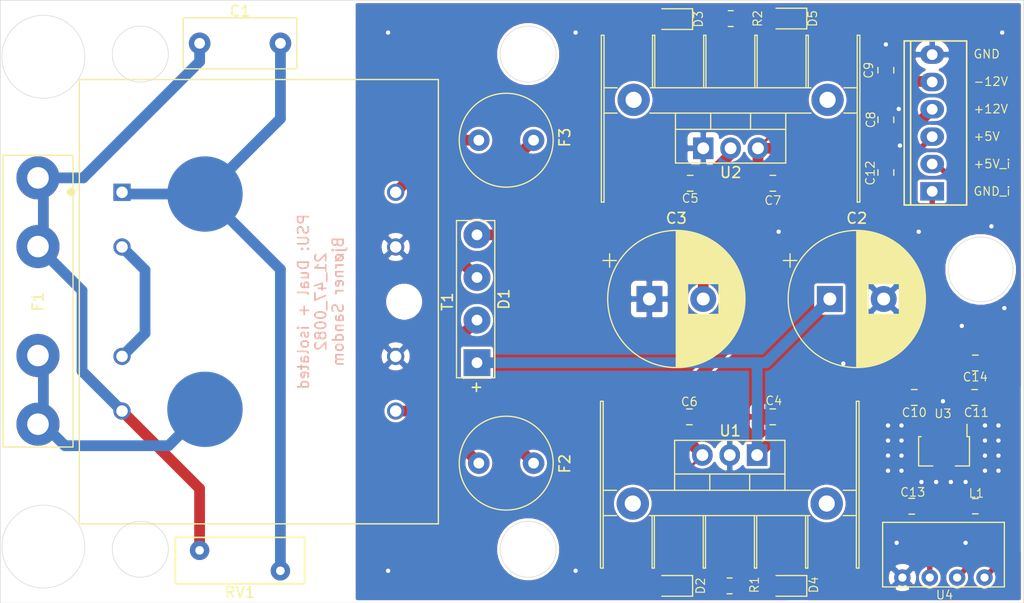
<source format=kicad_pcb>
(kicad_pcb (version 20171130) (host pcbnew "(5.1.12)-1")
  (title_block (title "Bluetooth to AM adapter") (date 2021-09-17) (company "Bjørner Sandom"))
  (layers (0 F.Cu signal) (31 B.Cu signal) (34 B.Paste user) (35 F.Paste user) (36 B.SilkS user) (37 F.SilkS user) (38 B.Mask user) (39 F.Mask user) (44 Edge.Cuts user))
  (net 0 "")
  (net 1 GND)
  (net 2 "Net-(C1-Pad1)")
  (net 3 +5V)
  (net 4 "Net-(C3-Pad2)")
  (net 5 +12V)
  (net 6 "Net-(D1-Pad3)")
  (net 7 "Net-(D1-Pad2)")
  (net 8 "Net-(F1-Pad2)")
  (net 9 "Net-(C1-Pad2)")
  (net 10 "Net-(C2-Pad1)")
  (net 11 -12V)
  (net 12 GNDD)
  (net 13 +5VD)
  (net 14 "Net-(F2-Pad2)")
  (net 15 "Net-(F3-Pad1)")
  (net 16 "Net-(T1-Pad3)")
  (net 17 "Net-(C13-Pad1)")
  (net 18 "Net-(D2-Pad1)")
  (net 19 "Net-(D3-Pad1)")
  (net 20 "Net-(D4-Pad2)")
  (net 21 "Net-(D5-Pad2)")
  (module Capacitor_THT:C_Rect_L10.3mm_W4.5mm_P7.50mm_MKS4 (layer F.Cu) (at 140.505 94)
    (fp_text reference C1 (at 3.75 -3) (layer F.SilkS))
    (fp_text value "10nF X2")
    (pad 2 thru_hole circle (at 7.5 0) (size 2 2) (drill 1) (layers *.Cu *.Mask) (net 9 "Net-(C1-Pad2)"))
    (pad 1 thru_hole circle (at 0 0) (size 2 2) (drill 1) (layers *.Cu *.Mask) (net 2 "Net-(C1-Pad1)"))
  )
  (module myDevices:Rectifier_KBP307 (layer F.Cu) (at 166.25 123.67 90)
    (fp_text reference D1 (at 5.9055 2.5 90) (layer F.SilkS))
    (fp_text value KBP307)
    (fp_text user + (at -2.286 -0.127 90) (layer F.SilkS))
    (pad 4 thru_hole circle (at 11.88 0 90) (size 2.5 2.5) (drill 1) (layers *.Cu *.Mask) (net 4 "Net-(C3-Pad2)"))
    (pad 3 thru_hole circle (at 7.92 0 90) (size 2.5 2.5) (drill 1) (layers *.Cu *.Mask) (net 6 "Net-(D1-Pad3)"))
    (pad 2 thru_hole circle (at 3.96 0 90) (size 2.5 2.5) (drill 1) (layers *.Cu *.Mask) (net 7 "Net-(D1-Pad2)"))
    (pad 1 thru_hole rect (at 0 0 90) (size 2.5 2.5) (drill 1) (layers *.Cu *.Mask) (net 10 "Net-(C2-Pad1)"))
  )
  (module Fuse:Fuse_Littelfuse_372_D8.50mm (layer F.Cu) (at 171.5 133 180)
    (fp_text reference F2 (at -2.9 -0.05 90) (layer F.SilkS))
    (fp_text value T250mA)
    (pad 2 thru_hole circle (at 5.08 0 180) (size 2 2) (drill 1) (layers *.Cu *.Mask) (net 14 "Net-(F2-Pad2)"))
    (pad 1 thru_hole circle (at 0 0 180) (size 2 2) (drill 1) (layers *.Cu *.Mask) (net 7 "Net-(D1-Pad2)"))
  )
  (module Fuse:Fuse_Littelfuse_372_D8.50mm (layer F.Cu) (at 166.42 103)
    (fp_text reference F3 (at 7.98 -0.25 90) (layer F.SilkS))
    (fp_text value T250mA)
    (pad 2 thru_hole circle (at 5.08 0) (size 2 2) (drill 1) (layers *.Cu *.Mask) (net 6 "Net-(D1-Pad3)"))
    (pad 1 thru_hole circle (at 0 0) (size 2 2) (drill 1) (layers *.Cu *.Mask) (net 15 "Net-(F3-Pad1)"))
  )
  (module myDevices:Pad_7mm (layer B.Cu) (at 141 128)
    (fp_text reference J1 hide)
    (fp_text value Conn_01x01)
    (pad 1 smd circle (at 0 0) (size 7 7) (layers B.Cu B.Paste B.Mask) (net 8 "Net-(F1-Pad2)"))
  )
  (module myDevices:Pad_7mm (layer B.Cu) (at 141 108)
    (fp_text reference J2 hide)
    (fp_text value Conn_01x01)
    (pad 1 smd circle (at 0 0) (size 7 7) (layers B.Cu B.Paste B.Mask) (net 9 "Net-(C1-Pad2)"))
  )
  (module myDevices:KF2510-6P (layer F.Cu) (at 208.5 107.75 90)
    (fp_text reference J3 hide)
    (fp_text value Conn_01x06)
    (pad 6 thru_hole oval (at 12.7 0 90) (size 1.7 2.2) (drill 1) (layers *.Cu *.Mask) (net 1 GND))
    (pad 5 thru_hole oval (at 10.16 0 90) (size 1.7 2.2) (drill 1) (layers *.Cu *.Mask) (net 11 -12V))
    (pad 4 thru_hole oval (at 7.62 0 90) (size 1.7 2.2) (drill 1) (layers *.Cu *.Mask) (net 5 +12V))
    (pad 3 thru_hole oval (at 5.08 0 90) (size 1.7 2.2) (drill 1) (layers *.Cu *.Mask) (net 3 +5V))
    (pad 2 thru_hole oval (at 2.54 0 90) (size 1.7 2.2) (drill 1) (layers *.Cu *.Mask) (net 13 +5VD))
    (pad 1 thru_hole rect (at 0 0 90) (size 1.7 2.2) (drill 1) (layers *.Cu *.Mask) (net 12 GNDD))
  )
  (module Inductor_SMD:L_0805_2012Metric_Pad1.15x1.40mm_HandSolder (layer F.Cu) (at 212.5 137 180)
    (fp_text reference L1 (at -0.1 1.2) (layer F.SilkS) (effects (font (size 0.8 0.8) (thickness 0.1))))
    (fp_text value 10µH)
    (pad 2 smd roundrect (at 1.025 0 180) (size 1.15 1.4) (layers F.Cu F.Paste F.Mask) (roundrect_rratio 0.217391) (net 17 "Net-(C13-Pad1)"))
    (pad 1 smd roundrect (at -1.025 0 180) (size 1.15 1.4) (layers F.Cu F.Paste F.Mask) (roundrect_rratio 0.217391) (net 3 +5V))
  )
  (module Varistor:RV_Disc_D12mm_W4.3mm_P7.5mm (layer F.Cu) (at 148 143 180)
    (fp_text reference RV1 (at 3.75 -2) (layer F.SilkS))
    (fp_text value 10D431K)
    (pad 2 thru_hole circle (at 7.5 1.9 180) (size 1.8 1.8) (drill 0.8) (layers *.Cu *.Mask) (net 2 "Net-(C1-Pad1)"))
    (pad 1 thru_hole circle (at 0 0 180) (size 1.8 1.8) (drill 0.8) (layers *.Cu *.Mask) (net 9 "Net-(C1-Pad2)"))
  )
  (module myDevices:TO-220-3_Heatsink1 (layer F.Cu) (at 192.25 132.75 180)
    (fp_text reference U1 (at 2.5 2.75) (layer F.SilkS))
    (fp_text value LM7812_TO220)
    (pad H thru_hole circle (at 11.54 -4 180) (size 3 3) (drill 1.5) (layers *.Cu *.Mask))
    (pad H thru_hole circle (at -6.46 -4 180) (size 3 3) (drill 1.5) (layers *.Cu *.Mask))
    (pad 3 thru_hole oval (at 5.08 0.5 180) (size 1.905 2) (drill 1.1) (layers *.Cu *.Mask) (net 5 +12V))
    (pad 2 thru_hole oval (at 2.54 0.5 180) (size 1.905 2) (drill 1.1) (layers *.Cu *.Mask) (net 1 GND))
    (pad 1 thru_hole rect (at 0 0.5 180) (size 1.905 2) (drill 1.1) (layers *.Cu *.Mask) (net 10 "Net-(C2-Pad1)"))
  )
  (module myDevices:TO-220-3_Heatsink1 (layer F.Cu) (at 187.25 103.25)
    (fp_text reference U2 (at 2.55 2.75) (layer F.SilkS))
    (fp_text value LM7912_TO220)
    (pad H thru_hole circle (at 11.54 -4) (size 3 3) (drill 1.5) (layers *.Cu *.Mask))
    (pad H thru_hole circle (at -6.46 -4) (size 3 3) (drill 1.5) (layers *.Cu *.Mask))
    (pad 3 thru_hole oval (at 5.08 0.5) (size 1.905 2) (drill 1.1) (layers *.Cu *.Mask) (net 11 -12V))
    (pad 2 thru_hole oval (at 2.54 0.5) (size 1.905 2) (drill 1.1) (layers *.Cu *.Mask) (net 4 "Net-(C3-Pad2)"))
    (pad 1 thru_hole rect (at 0 0.5) (size 1.905 2) (drill 1.1) (layers *.Cu *.Mask) (net 1 GND))
  )
  (module Package_TO_SOT_SMD:SOT-89-3 (layer F.Cu) (at 209.6 131.6 270)
    (fp_text reference U3 (at -3.2 0.1) (layer F.SilkS) (effects (font (size 0.8 0.8) (thickness 0.1))))
    (fp_text value L78L05_SOT89)
    (pad 2 smd custom (at -1.5625 0 270) (size 1.475 0.9) (layers F.Cu F.Paste F.Mask) (net 1 GND) (options (clearance outline) (anchor rect)) (primitives (gr_poly (pts (xy 0.7375 -0.8665) (xy 3.8625 -0.8665) (xy 3.8625 0.8665) (xy 0.7375 0.8665)) (width 0))))
    (pad 3 smd rect (at -1.65 1.5 270) (size 1.3 0.9) (layers F.Cu F.Paste F.Mask) (net 5 +12V))
    (pad 1 smd rect (at -1.65 -1.5 270) (size 1.3 0.9) (layers F.Cu F.Paste F.Mask) (net 3 +5V))
  )
  (module myDevices:B0505S (layer F.Cu) (at 203.9 138.5)
    (fp_text reference U4 (at 5.75 6.75) (layer F.SilkS) (effects (font (size 0.8 0.8) (thickness 0.1))))
    (fp_text value B0505S-1W)
    (pad 4 thru_hole circle (at 9.4556 5.1286) (size 1.524 1.524) (drill 0.762) (layers *.Cu *.Mask) (net 13 +5VD))
    (pad 3 thru_hole circle (at 6.9156 5.1286) (size 1.524 1.524) (drill 0.762) (layers *.Cu *.Mask) (net 12 GNDD))
    (pad 2 thru_hole circle (at 4.3756 5.1286) (size 1.524 1.524) (drill 0.762) (layers *.Cu *.Mask) (net 17 "Net-(C13-Pad1)"))
    (pad 1 thru_hole circle (at 1.8356 5.1286) (size 1.524 1.524) (drill 0.762) (layers *.Cu *.Mask) (net 1 GND))
  )
  (module myDevices:Transformer_XFMR_VPP24-210 (layer F.Cu) (at 146 118 270)
    (fp_text reference T1 (at 0 -17.5 90) (layer F.SilkS))
    (fp_text value VPP24-210)
    (pad None np_thru_hole circle (at 0 -13.4874 270) (size 2.8448 2.8448) (drill 2.8448) (layers *.Cu *.Mask))
    (pad None np_thru_hole circle (at 0 13.4874 270) (size 2.8448 2.8448) (drill 2.8448) (layers *.Cu *.Mask))
    (pad 12 thru_hole circle (at 10.16 -12.7 270) (size 1.6002 1.6002) (drill 1.0668) (layers *.Cu *.Mask) (net 14 "Net-(F2-Pad2)"))
    (pad 10 thru_hole circle (at 5.08 -12.7 270) (size 1.6002 1.6002) (drill 1.0668) (layers *.Cu *.Mask) (net 1 GND))
    (pad 9 thru_hole circle (at -5.08 -12.7 270) (size 1.6002 1.6002) (drill 1.0668) (layers *.Cu *.Mask) (net 1 GND))
    (pad 7 thru_hole circle (at -10.16 -12.7 270) (size 1.6002 1.6002) (drill 1.0668) (layers *.Cu *.Mask) (net 15 "Net-(F3-Pad1)"))
    (pad 6 thru_hole circle (at 10.16 12.7 270) (size 1.6002 1.6002) (drill 1.0668) (layers *.Cu *.Mask) (net 2 "Net-(C1-Pad1)"))
    (pad 4 thru_hole circle (at 5.08 12.7 270) (size 1.6002 1.6002) (drill 1.0668) (layers *.Cu *.Mask) (net 16 "Net-(T1-Pad3)"))
    (pad 3 thru_hole circle (at -5.08 12.7 270) (size 1.6002 1.6002) (drill 1.0668) (layers *.Cu *.Mask) (net 16 "Net-(T1-Pad3)"))
    (pad 1 thru_hole rect (at -10.16 12.7 270) (size 1.6002 1.6002) (drill 1.0668) (layers *.Cu *.Mask) (net 9 "Net-(C1-Pad2)"))
  )
  (module myDevices:FuseHolder_5x20_Bare (layer F.Cu) (at 125.5 106.5 270)
    (fp_text reference F1 (at 11.5 0 90) (layer F.SilkS))
    (fp_text value T100mA)
    (pad 2 thru_hole circle (at 22.88 0 270) (size 4 4) (drill 2) (layers *.Cu *.Mask) (net 8 "Net-(F1-Pad2)"))
    (pad 2 thru_hole circle (at 16.5 0 270) (size 4 4) (drill 2) (layers *.Cu *.Mask) (net 8 "Net-(F1-Pad2)"))
    (pad 1 thru_hole circle (at 6.38 0 270) (size 4 4) (drill 2) (layers *.Cu *.Mask) (net 2 "Net-(C1-Pad1)"))
    (pad 1 thru_hole circle (at 0 0 270) (size 4 4) (drill 2) (layers *.Cu *.Mask) (net 2 "Net-(C1-Pad1)"))
  )
  (module Capacitor_SMD:C_0805_2012Metric_Pad1.18x1.45mm_HandSolder (layer F.Cu) (at 193.7 128.7 180)
    (fp_text reference C4 (at -0.1 1.5) (layer F.SilkS) (effects (font (size 0.8 0.8) (thickness 0.1))))
    (fp_text value 100nF)
    (pad 2 smd roundrect (at 1.0375 0 180) (size 1.175 1.45) (layers F.Cu F.Paste F.Mask) (roundrect_rratio 0.212766) (net 1 GND))
    (pad 1 smd roundrect (at -1.0375 0 180) (size 1.175 1.45) (layers F.Cu F.Paste F.Mask) (roundrect_rratio 0.212766) (net 10 "Net-(C2-Pad1)"))
  )
  (module Capacitor_SMD:C_0805_2012Metric_Pad1.18x1.45mm_HandSolder (layer F.Cu) (at 186.0375 107)
    (fp_text reference C5 (at 0 1.4) (layer F.SilkS) (effects (font (size 0.8 0.8) (thickness 0.1))))
    (fp_text value 100nF)
    (pad 2 smd roundrect (at 1.0375 0) (size 1.175 1.45) (layers F.Cu F.Paste F.Mask) (roundrect_rratio 0.212766) (net 4 "Net-(C3-Pad2)"))
    (pad 1 smd roundrect (at -1.0375 0) (size 1.175 1.45) (layers F.Cu F.Paste F.Mask) (roundrect_rratio 0.212766) (net 1 GND))
  )
  (module Capacitor_SMD:C_0805_2012Metric_Pad1.18x1.45mm_HandSolder (layer F.Cu) (at 185.9625 128.7)
    (fp_text reference C6 (at 0 -1.4) (layer F.SilkS) (effects (font (size 0.8 0.8) (thickness 0.1))))
    (fp_text value 100nF)
    (pad 2 smd roundrect (at 1.0375 0) (size 1.175 1.45) (layers F.Cu F.Paste F.Mask) (roundrect_rratio 0.212766) (net 1 GND))
    (pad 1 smd roundrect (at -1.0375 0) (size 1.175 1.45) (layers F.Cu F.Paste F.Mask) (roundrect_rratio 0.212766) (net 5 +12V))
  )
  (module Capacitor_SMD:C_0805_2012Metric_Pad1.18x1.45mm_HandSolder (layer F.Cu) (at 193.7125 107 180)
    (fp_text reference C7 (at 0 -1.6) (layer F.SilkS) (effects (font (size 0.8 0.8) (thickness 0.1))))
    (fp_text value 100nF)
    (pad 2 smd roundrect (at 1.0375 0 180) (size 1.175 1.45) (layers F.Cu F.Paste F.Mask) (roundrect_rratio 0.212766) (net 11 -12V))
    (pad 1 smd roundrect (at -1.0375 0 180) (size 1.175 1.45) (layers F.Cu F.Paste F.Mask) (roundrect_rratio 0.212766) (net 1 GND))
  )
  (module Capacitor_SMD:C_0805_2012Metric_Pad1.18x1.45mm_HandSolder (layer F.Cu) (at 204.2 101.1 90)
    (fp_text reference C8 (at 0 -1.4 90) (layer F.SilkS) (effects (font (size 0.8 0.8) (thickness 0.1))))
    (fp_text value "10µF 16V")
    (pad 2 smd roundrect (at 1.0375 0 90) (size 1.175 1.45) (layers F.Cu F.Paste F.Mask) (roundrect_rratio 0.212766) (net 1 GND))
    (pad 1 smd roundrect (at -1.0375 0 90) (size 1.175 1.45) (layers F.Cu F.Paste F.Mask) (roundrect_rratio 0.212766) (net 5 +12V))
  )
  (module Capacitor_SMD:C_0805_2012Metric_Pad1.18x1.45mm_HandSolder (layer F.Cu) (at 204.2 96.5 270)
    (fp_text reference C9 (at 0 1.6 90) (layer F.SilkS) (effects (font (size 0.8 0.8) (thickness 0.1))))
    (fp_text value "10µF 16V")
    (pad 2 smd roundrect (at 1.0375 0 270) (size 1.175 1.45) (layers F.Cu F.Paste F.Mask) (roundrect_rratio 0.212766) (net 11 -12V))
    (pad 1 smd roundrect (at -1.0375 0 270) (size 1.175 1.45) (layers F.Cu F.Paste F.Mask) (roundrect_rratio 0.212766) (net 1 GND))
  )
  (module Capacitor_SMD:C_0805_2012Metric_Pad1.18x1.45mm_HandSolder (layer F.Cu) (at 212.4375 126.9)
    (fp_text reference C11 (at 0.1625 1.4) (layer F.SilkS) (effects (font (size 0.8 0.8) (thickness 0.1))))
    (fp_text value 100nF)
    (pad 2 smd roundrect (at 1.0375 0) (size 1.175 1.45) (layers F.Cu F.Paste F.Mask) (roundrect_rratio 0.212766) (net 1 GND))
    (pad 1 smd roundrect (at -1.0375 0) (size 1.175 1.45) (layers F.Cu F.Paste F.Mask) (roundrect_rratio 0.212766) (net 3 +5V))
  )
  (module Capacitor_SMD:C_0805_2012Metric_Pad1.18x1.45mm_HandSolder (layer F.Cu) (at 204.2 106 270)
    (fp_text reference C12 (at 0.05 1.45 90) (layer F.SilkS) (effects (font (size 0.8 0.8) (thickness 0.1))))
    (fp_text value "10µF 16V")
    (pad 2 smd roundrect (at 1.0375 0 270) (size 1.175 1.45) (layers F.Cu F.Paste F.Mask) (roundrect_rratio 0.212766) (net 1 GND))
    (pad 1 smd roundrect (at -1.0375 0 270) (size 1.175 1.45) (layers F.Cu F.Paste F.Mask) (roundrect_rratio 0.212766) (net 3 +5V))
  )
  (module Capacitor_SMD:C_0805_2012Metric_Pad1.18x1.45mm_HandSolder (layer F.Cu) (at 206.6 137 180)
    (fp_text reference C13 (at -0.1 1.3) (layer F.SilkS) (effects (font (size 0.8 0.8) (thickness 0.1))))
    (fp_text value "10µF 16V")
    (pad 2 smd roundrect (at 1.0375 0 180) (size 1.175 1.45) (layers F.Cu F.Paste F.Mask) (roundrect_rratio 0.212766) (net 1 GND))
    (pad 1 smd roundrect (at -1.0375 0 180) (size 1.175 1.45) (layers F.Cu F.Paste F.Mask) (roundrect_rratio 0.212766) (net 17 "Net-(C13-Pad1)"))
  )
  (module Capacitor_SMD:C_0805_2012Metric_Pad1.18x1.45mm_HandSolder (layer F.Cu) (at 212.5 123.7 180)
    (fp_text reference C14 (at 0 -1.3) (layer F.SilkS) (effects (font (size 0.8 0.8) (thickness 0.1))))
    (fp_text value "10µF 16V")
    (pad 2 smd roundrect (at 1.0375 0 180) (size 1.175 1.45) (layers F.Cu F.Paste F.Mask) (roundrect_rratio 0.212766) (net 12 GNDD))
    (pad 1 smd roundrect (at -1.0375 0 180) (size 1.175 1.45) (layers F.Cu F.Paste F.Mask) (roundrect_rratio 0.212766) (net 13 +5VD))
  )
  (module Resistor_SMD:R_0805_2012Metric_Pad1.20x1.40mm_HandSolder (layer F.Cu) (at 189.8 91.7 180)
    (fp_text reference R2 (at -2.5 0 90) (layer F.SilkS) (effects (font (size 0.8 0.8) (thickness 0.1))))
    (fp_text value 1,8kΩ)
    (pad 2 smd roundrect (at 1 0 180) (size 1.2 1.4) (layers F.Cu F.Paste F.Mask) (roundrect_rratio 0.208333) (net 19 "Net-(D3-Pad1)"))
    (pad 1 smd roundrect (at -1 0 180) (size 1.2 1.4) (layers F.Cu F.Paste F.Mask) (roundrect_rratio 0.208333) (net 21 "Net-(D5-Pad2)"))
  )
  (module Capacitor_SMD:C_0805_2012Metric_Pad1.18x1.45mm_HandSolder (layer F.Cu) (at 206.8375 126.9 180)
    (fp_text reference C10 (at 0 -1.4) (layer F.SilkS) (effects (font (size 0.8 0.8) (thickness 0.1))))
    (fp_text value 100nF)
    (pad 2 smd roundrect (at 1.0375 0 180) (size 1.175 1.45) (layers F.Cu F.Paste F.Mask) (roundrect_rratio 0.212766) (net 1 GND))
    (pad 1 smd roundrect (at -1.0375 0 180) (size 1.175 1.45) (layers F.Cu F.Paste F.Mask) (roundrect_rratio 0.212766) (net 5 +12V))
  )
  (module LED_SMD:LED_0805_2012Metric_Pad1.15x1.40mm_HandSolder (layer F.Cu) (at 184.4 91.75 180)
    (fp_text reference D3 (at -2.4 0 270) (layer F.SilkS) (effects (font (size 0.8 0.8) (thickness 0.1))))
    (fp_text value LED)
    (pad 2 smd roundrect (at 1.025 0 180) (size 1.15 1.4) (layers F.Cu F.Paste F.Mask) (roundrect_rratio 0.217391) (net 1 GND))
    (pad 1 smd roundrect (at -1.025 0 180) (size 1.15 1.4) (layers F.Cu F.Paste F.Mask) (roundrect_rratio 0.217391) (net 19 "Net-(D3-Pad1)"))
  )
  (module Capacitor_THT:CP_Radial_D12.5mm_P5.00mm (layer F.Cu) (at 199 117.75)
    (fp_text reference C2 (at 2.5 -7.5) (layer F.SilkS))
    (fp_text value "1000µF 35V")
    (pad 2 thru_hole circle (at 5 0) (size 2.4 2.4) (drill 1.2) (layers *.Cu *.Mask) (net 1 GND))
    (pad 1 thru_hole rect (at 0 0) (size 2.4 2.4) (drill 1.2) (layers *.Cu *.Mask) (net 10 "Net-(C2-Pad1)"))
  )
  (module Capacitor_THT:CP_Radial_D12.5mm_P5.00mm (layer F.Cu) (at 182.25 117.75)
    (fp_text reference C3 (at 2.5 -7.5) (layer F.SilkS))
    (fp_text value "1000µF 35V")
    (pad 2 thru_hole circle (at 5 0) (size 2.4 2.4) (drill 1.2) (layers *.Cu *.Mask) (net 4 "Net-(C3-Pad2)"))
    (pad 1 thru_hole rect (at 0 0) (size 2.4 2.4) (drill 1.2) (layers *.Cu *.Mask) (net 1 GND))
  )
  (module LED_SMD:LED_0805_2012Metric_Pad1.15x1.40mm_HandSolder (layer F.Cu) (at 184.4 144.4 180)
    (fp_text reference D2 (at -2.6 0 90) (layer F.SilkS) (effects (font (size 0.8 0.8) (thickness 0.1))))
    (fp_text value LED)
    (pad 2 smd roundrect (at 1.025 0 180) (size 1.15 1.4) (layers F.Cu F.Paste F.Mask) (roundrect_rratio 0.217391) (net 5 +12V))
    (pad 1 smd roundrect (at -1.025 0 180) (size 1.15 1.4) (layers F.Cu F.Paste F.Mask) (roundrect_rratio 0.217391) (net 18 "Net-(D2-Pad1)"))
  )
  (module LED_SMD:LED_0805_2012Metric_Pad1.15x1.40mm_HandSolder (layer F.Cu) (at 195 144.4 180)
    (fp_text reference D4 (at -2.5 0.1 90) (layer F.SilkS) (effects (font (size 0.8 0.8) (thickness 0.1))))
    (fp_text value LED)
    (pad 2 smd roundrect (at 1.025 0 180) (size 1.15 1.4) (layers F.Cu F.Paste F.Mask) (roundrect_rratio 0.217391) (net 20 "Net-(D4-Pad2)"))
    (pad 1 smd roundrect (at -1.025 0 180) (size 1.15 1.4) (layers F.Cu F.Paste F.Mask) (roundrect_rratio 0.217391) (net 1 GND))
  )
  (module LED_SMD:LED_0805_2012Metric_Pad1.15x1.40mm_HandSolder (layer F.Cu) (at 195 91.7 180)
    (fp_text reference D5 (at -2.4 0 90) (layer F.SilkS) (effects (font (size 0.8 0.8) (thickness 0.1))))
    (fp_text value LED)
    (pad 2 smd roundrect (at 1.025 0 180) (size 1.15 1.4) (layers F.Cu F.Paste F.Mask) (roundrect_rratio 0.217391) (net 21 "Net-(D5-Pad2)"))
    (pad 1 smd roundrect (at -1.025 0 180) (size 1.15 1.4) (layers F.Cu F.Paste F.Mask) (roundrect_rratio 0.217391) (net 11 -12V))
  )
  (module Resistor_SMD:R_0805_2012Metric_Pad1.20x1.40mm_HandSolder (layer F.Cu) (at 189.7 144.4 180)
    (fp_text reference R1 (at -2.3 0.1 90) (layer F.SilkS) (effects (font (size 0.8 0.8) (thickness 0.1))))
    (fp_text value 1,8kΩ)
    (pad 2 smd roundrect (at 1 0 180) (size 1.2 1.4) (layers F.Cu F.Paste F.Mask) (roundrect_rratio 0.208333) (net 18 "Net-(D2-Pad1)"))
    (pad 1 smd roundrect (at -1 0 180) (size 1.2 1.4) (layers F.Cu F.Paste F.Mask) (roundrect_rratio 0.208333) (net 20 "Net-(D4-Pad2)"))
  )
  (gr_text "PSU: Dual + isolated\n21_47_0082\nBjørner Sandom\n" (at 151.75 118 90) (layer B.SilkS) (effects (font (size 1 1)) (justify mirror)))
  (gr_circle (center 126 140.75) (end 129.85 140.75) (layer Edge.Cuts) (width 0.05))
  (gr_circle (center 126 95.25) (end 129.85 95.25) (layer Edge.Cuts) (width 0.05))
  (gr_text GND (at 213.559523 95) (layer F.SilkS) (effects (font (size 0.8 0.8) (thickness 0.1))))
  (gr_text -12V (at 213.940476 97.55) (layer F.SilkS) (effects (font (size 0.8 0.8) (thickness 0.1))))
  (gr_text +12V (at 213.940476 100.1) (layer F.SilkS) (effects (font (size 0.8 0.8) (thickness 0.1))))
  (gr_text +5V (at 213.559523 102.65) (layer F.SilkS) (effects (font (size 0.8 0.8) (thickness 0.1))))
  (gr_text +5V_i (at 214.054761 105.2) (layer F.SilkS) (effects (font (size 0.8 0.8) (thickness 0.1))))
  (gr_text GND_i (at 214.054761 107.75) (layer F.SilkS) (effects (font (size 0.8 0.8) (thickness 0.1))))
  (gr_circle (center 213 115) (end 216 115) (layer Edge.Cuts) (width 0.05))
  (gr_circle (center 171 141) (end 173.6 141) (layer Edge.Cuts) (width 0.05))
  (gr_circle (center 171 95) (end 173.6 95) (layer Edge.Cuts) (width 0.05))
  (gr_circle (center 135 141) (end 137.6 141) (layer Edge.Cuts) (width 0.05))
  (gr_circle (center 135 95) (end 137.6 95) (layer Edge.Cuts) (width 0.05))
  (gr_line (start 122 146) (end 122 90) (layer Edge.Cuts) (width 0.05))
  (gr_line (start 217 146) (end 122 146) (layer Edge.Cuts) (width 0.05))
  (gr_line (start 217 90) (end 217 146) (layer Edge.Cuts) (width 0.05))
  (gr_line (start 122 90) (end 217 90) (layer Edge.Cuts) (width 0.05))
  (via (at 205.65 129.5) (size 0.8) (drill 0.4) (layers F.Cu B.Cu) (net 1))
  (via (at 205.65 132.3) (size 0.8) (drill 0.4) (layers F.Cu B.Cu) (net 1))
  (via (at 205.65 130.9) (size 0.8) (drill 0.4) (layers F.Cu B.Cu) (net 1))
  (via (at 205.65 133.7) (size 0.8) (drill 0.4) (layers F.Cu B.Cu) (net 1))
  (via (at 204.4 129.5) (size 0.8) (drill 0.4) (layers F.Cu B.Cu) (net 1))
  (via (at 204.4 130.9) (size 0.8) (drill 0.4) (layers F.Cu B.Cu) (net 1))
  (via (at 204.4 133.7) (size 0.8) (drill 0.4) (layers F.Cu B.Cu) (net 1))
  (via (at 204.4 132.3) (size 0.8) (drill 0.4) (layers F.Cu B.Cu) (net 1))
  (via (at 207.5 134.75) (size 0.8) (drill 0.4) (layers F.Cu B.Cu) (net 1))
  (via (at 214.65 129.5) (size 0.8) (drill 0.4) (layers F.Cu B.Cu) (net 1))
  (via (at 214.65 130.9) (size 0.8) (drill 0.4) (layers F.Cu B.Cu) (net 1))
  (via (at 214.65 133.7) (size 0.8) (drill 0.4) (layers F.Cu B.Cu) (net 1))
  (via (at 214.65 132.3) (size 0.8) (drill 0.4) (layers F.Cu B.Cu) (net 1))
  (via (at 213.4 130.9) (size 0.8) (drill 0.4) (layers F.Cu B.Cu) (net 1))
  (via (at 213.4 129.5) (size 0.8) (drill 0.4) (layers F.Cu B.Cu) (net 1))
  (via (at 211.6 134.75) (size 0.8) (drill 0.4) (layers F.Cu B.Cu) (net 1))
  (via (at 213.4 132.3) (size 0.8) (drill 0.4) (layers F.Cu B.Cu) (net 1))
  (via (at 213.4 133.7) (size 0.8) (drill 0.4) (layers F.Cu B.Cu) (net 1))
  (via (at 208.866666 134.75) (size 0.8) (drill 0.4) (layers F.Cu B.Cu) (net 1))
  (via (at 210.233332 134.75) (size 0.8) (drill 0.4) (layers F.Cu B.Cu) (net 1))
  (via (at 214 111) (size 0.8) (drill 0.4) (layers F.Cu B.Cu) (net 1))
  (via (at 215 93) (size 0.8) (drill 0.4) (layers F.Cu B.Cu) (net 1))
  (via (at 205.4 100.1) (size 0.8) (drill 0.4) (layers F.Cu B.Cu) (net 1))
  (segment (start 205.3625 100.0625) (end 205.4 100.1) (width 1) (layer F.Cu) (net 1))
  (segment (start 204.2 100.0625) (end 205.3625 100.0625) (width 1) (layer F.Cu) (net 1))
  (via (at 204.2 94.1) (size 0.8) (drill 0.4) (layers F.Cu B.Cu) (net 1))
  (segment (start 204.2 95.4625) (end 204.2 94.1) (width 1) (layer F.Cu) (net 1))
  (via (at 200.25 123.75) (size 0.8) (drill 0.4) (layers F.Cu B.Cu) (net 1))
  (via (at 194.25 111.5) (size 0.8) (drill 0.4) (layers F.Cu B.Cu) (net 1))
  (via (at 211.25 120.25) (size 0.8) (drill 0.4) (layers F.Cu B.Cu) (net 1))
  (via (at 207.25 111.5) (size 0.8) (drill 0.4) (layers F.Cu B.Cu) (net 1))
  (via (at 205.5 103.5) (size 0.8) (drill 0.4) (layers F.Cu B.Cu) (net 1))
  (via (at 209.5 127.25) (size 0.8) (drill 0.4) (layers F.Cu B.Cu) (net 1))
  (via (at 215.2 118.6) (size 0.8) (drill 0.4) (layers F.Cu B.Cu) (net 1))
  (via (at 211.6 140.4) (size 0.8) (drill 0.4) (layers F.Cu B.Cu) (net 1))
  (via (at 205.2 140.4) (size 0.8) (drill 0.4) (layers F.Cu B.Cu) (net 1))
  (via (at 175.4 93) (size 0.8) (drill 0.4) (layers F.Cu B.Cu) (net 1))
  (via (at 175.4 143) (size 0.8) (drill 0.4) (layers F.Cu B.Cu) (net 1))
  (via (at 158 143) (size 0.8) (drill 0.4) (layers F.Cu B.Cu) (net 1))
  (via (at 158 93) (size 0.8) (drill 0.4) (layers F.Cu B.Cu) (net 1))
  (segment (start 133.3 128.16) (end 140.5 135.36) (width 1) (layer F.Cu) (net 2))
  (segment (start 140.5 135.36) (end 140.5 141.1) (width 1) (layer F.Cu) (net 2))
  (segment (start 133.3 128.16) (end 129.590199 124.450199) (width 1) (layer B.Cu) (net 2))
  (segment (start 129.590199 124.450199) (end 129.590199 116.970199) (width 1) (layer B.Cu) (net 2))
  (segment (start 129.590199 116.970199) (end 125.5 112.88) (width 1) (layer B.Cu) (net 2))
  (segment (start 126 112.88) (end 126 106.5) (width 1) (layer B.Cu) (net 2))
  (segment (start 126 106.5) (end 129.701254 106.5) (width 1) (layer B.Cu) (net 2))
  (segment (start 129.701254 106.5) (end 140.505 95.696254) (width 1) (layer B.Cu) (net 2))
  (segment (start 140.505 95.696254) (end 140.505 94) (width 1) (layer B.Cu) (net 2))
  (segment (start 211.1 127.2) (end 211.4 126.9) (width 0.5) (layer F.Cu) (net 3))
  (segment (start 211.1 129.95) (end 211.1 127.2) (width 0.5) (layer F.Cu) (net 3))
  (segment (start 211.1 132.732002) (end 211.1 129.95) (width 0.5) (layer F.Cu) (net 3))
  (segment (start 213.525 135.157002) (end 211.1 132.732002) (width 0.5) (layer F.Cu) (net 3))
  (segment (start 213.525 137) (end 213.525 135.157002) (width 0.5) (layer F.Cu) (net 3))
  (segment (start 208.5 102.67) (end 206.2075 104.9625) (width 0.5) (layer F.Cu) (net 3))
  (segment (start 205.4625 104.9625) (end 204.2 104.9625) (width 0.5) (layer F.Cu) (net 3))
  (segment (start 206.2075 104.9625) (end 205.4625 104.9625) (width 0.5) (layer F.Cu) (net 3))
  (segment (start 211.4 126.034) (end 211.4 126.9) (width 0.5) (layer F.Cu) (net 3))
  (segment (start 206.950001 121.584001) (end 211.4 126.034) (width 0.5) (layer F.Cu) (net 3))
  (segment (start 206.950001 113.200001) (end 206.950001 121.584001) (width 0.5) (layer F.Cu) (net 3))
  (segment (start 205.42501 111.67501) (end 206.950001 113.200001) (width 0.5) (layer F.Cu) (net 3))
  (segment (start 205.42501 104.99999) (end 205.42501 111.67501) (width 0.5) (layer F.Cu) (net 3))
  (segment (start 205.4625 104.9625) (end 205.42501 104.99999) (width 0.5) (layer F.Cu) (net 3))
  (segment (start 166.25 111.79) (end 181.29 111.79) (width 1) (layer F.Cu) (net 4))
  (segment (start 187.075 107) (end 187.075 107.725) (width 1) (layer F.Cu) (net 4))
  (segment (start 187.075 107.725) (end 183.01 111.79) (width 1) (layer F.Cu) (net 4))
  (segment (start 183.01 111.79) (end 181.29 111.79) (width 1) (layer F.Cu) (net 4))
  (segment (start 187.25 116.03) (end 183.01 111.79) (width 1) (layer F.Cu) (net 4))
  (segment (start 187.25 117.75) (end 187.25 116.03) (width 1) (layer F.Cu) (net 4))
  (segment (start 189.79 103.75) (end 189.79 104.285) (width 1) (layer F.Cu) (net 4))
  (segment (start 189.79 104.285) (end 187.075 107) (width 1) (layer F.Cu) (net 4))
  (segment (start 208.1 127.125) (end 207.875 126.9) (width 0.5) (layer F.Cu) (net 5))
  (segment (start 208.1 129.95) (end 208.1 127.125) (width 0.5) (layer F.Cu) (net 5))
  (segment (start 206.4925 102.1375) (end 208.5 100.13) (width 1) (layer F.Cu) (net 5))
  (segment (start 204.2 102.1375) (end 206.4925 102.1375) (width 1) (layer F.Cu) (net 5))
  (segment (start 202.299999 121.324999) (end 202.299999 117.899999) (width 0.5) (layer F.Cu) (net 5))
  (segment (start 207.875 126.9) (end 202.299999 121.324999) (width 0.5) (layer F.Cu) (net 5))
  (segment (start 200.2 106.1375) (end 204.2 102.1375) (width 1) (layer F.Cu) (net 5))
  (segment (start 198.074999 113.674999) (end 200.2 111.549998) (width 1) (layer F.Cu) (net 5))
  (segment (start 202.299999 117.899999) (end 198.074999 113.674999) (width 0.5) (layer F.Cu) (net 5))
  (segment (start 200.2 111.549998) (end 200.2 106.1375) (width 1) (layer F.Cu) (net 5))
  (segment (start 184.925 126.824998) (end 198.074999 113.674999) (width 1) (layer F.Cu) (net 5))
  (segment (start 184.925 128.7) (end 184.925 126.824998) (width 1) (layer F.Cu) (net 5))
  (segment (start 184.925 130.005) (end 184.925 128.7) (width 1) (layer F.Cu) (net 5))
  (segment (start 183.375 144.4) (end 183.375 136.045) (width 0.25) (layer F.Cu) (net 5))
  (segment (start 187.17 132.25) (end 184.925 130.005) (width 1) (layer F.Cu) (net 5))
  (segment (start 183.375 136.045) (end 187.17 132.25) (width 0.25) (layer F.Cu) (net 5))
  (segment (start 164.249999 110.250001) (end 171.5 103) (width 1) (layer F.Cu) (net 6))
  (segment (start 166.25 115.75) (end 164.249999 113.749999) (width 1) (layer F.Cu) (net 6))
  (segment (start 164.249999 113.749999) (end 164.249999 110.250001) (width 1) (layer F.Cu) (net 6))
  (segment (start 164.249999 121.710001) (end 164.249999 125.749999) (width 1) (layer F.Cu) (net 7))
  (segment (start 164.249999 125.749999) (end 171.5 133) (width 1) (layer F.Cu) (net 7))
  (segment (start 166.25 119.71) (end 164.249999 121.710001) (width 1) (layer F.Cu) (net 7))
  (segment (start 141 128) (end 141.5 128) (width 0.5) (layer B.Cu) (net 8))
  (segment (start 127.999999 131.379999) (end 137.620001 131.379999) (width 1) (layer B.Cu) (net 8))
  (segment (start 137.620001 131.379999) (end 141 128) (width 1) (layer B.Cu) (net 8))
  (segment (start 126 129.38) (end 127.999999 131.379999) (width 1) (layer B.Cu) (net 8))
  (segment (start 126 129.38) (end 126 123) (width 1) (layer B.Cu) (net 8))
  (segment (start 133.46 108) (end 133.3 107.84) (width 1) (layer B.Cu) (net 9))
  (segment (start 141 108) (end 133.46 108) (width 1) (layer B.Cu) (net 9))
  (segment (start 141 108) (end 148 115) (width 1) (layer B.Cu) (net 9))
  (segment (start 148 115) (end 148 143) (width 1) (layer B.Cu) (net 9))
  (segment (start 148.005 94) (end 148.005 100.995) (width 1) (layer B.Cu) (net 9))
  (segment (start 148.005 100.995) (end 141 108) (width 1) (layer B.Cu) (net 9))
  (segment (start 192.25 123.75) (end 192.17 123.67) (width 1) (layer B.Cu) (net 10))
  (segment (start 193.08 123.67) (end 199 117.75) (width 1) (layer B.Cu) (net 10))
  (segment (start 192.17 123.67) (end 193.08 123.67) (width 1) (layer B.Cu) (net 10))
  (segment (start 192.25 132.25) (end 192.25 123.75) (width 1) (layer B.Cu) (net 10))
  (segment (start 166.25 123.67) (end 192.17 123.67) (width 1) (layer B.Cu) (net 10))
  (segment (start 194.7375 129.7625) (end 192.25 132.25) (width 1) (layer F.Cu) (net 10))
  (segment (start 194.7375 128.7) (end 194.7375 129.7625) (width 1) (layer F.Cu) (net 10))
  (segment (start 192.33 103.75) (end 197.620002 103.75) (width 1) (layer F.Cu) (net 11))
  (segment (start 203.832502 97.5375) (end 204.2 97.5375) (width 1) (layer F.Cu) (net 11))
  (segment (start 204.2 97.5375) (end 205.6625 97.5375) (width 1) (layer F.Cu) (net 11))
  (segment (start 205.6625 97.5375) (end 208.4475 97.5375) (width 1) (layer F.Cu) (net 11))
  (segment (start 192.33 106.655) (end 192.675 107) (width 1) (layer F.Cu) (net 11))
  (segment (start 196.025 100.055) (end 192.33 103.75) (width 0.25) (layer F.Cu) (net 11))
  (segment (start 197.620002 103.75) (end 203.832502 97.5375) (width 1) (layer F.Cu) (net 11))
  (segment (start 208.4475 97.5375) (end 208.5 97.59) (width 1) (layer F.Cu) (net 11))
  (segment (start 196.025 91.4) (end 196.025 100.055) (width 0.25) (layer F.Cu) (net 11))
  (segment (start 192.33 103.75) (end 192.33 106.655) (width 1) (layer F.Cu) (net 11))
  (segment (start 213.373188 124.92501) (end 212.68751 124.92501) (width 0.5) (layer F.Cu) (net 12))
  (segment (start 212.68751 124.92501) (end 211.4625 123.7) (width 0.5) (layer F.Cu) (net 12))
  (segment (start 215.550001 127.101823) (end 213.373188 124.92501) (width 0.5) (layer F.Cu) (net 12))
  (segment (start 215.550001 138.894199) (end 215.550001 127.101823) (width 0.5) (layer F.Cu) (net 12))
  (segment (start 210.8156 143.6286) (end 215.550001 138.894199) (width 0.5) (layer F.Cu) (net 12))
  (segment (start 208.5 120.7375) (end 208.5 107.75) (width 0.5) (layer F.Cu) (net 12))
  (segment (start 211.4625 123.7) (end 208.5 120.7375) (width 0.5) (layer F.Cu) (net 12))
  (segment (start 216.300011 126.462511) (end 213.5375 123.7) (width 0.5) (layer F.Cu) (net 13))
  (segment (start 216.300011 140.684189) (end 216.300011 126.462511) (width 0.5) (layer F.Cu) (net 13))
  (segment (start 213.3556 143.6286) (end 216.300011 140.684189) (width 0.5) (layer F.Cu) (net 13))
  (segment (start 208.91 105.21) (end 208.5 105.21) (width 0.5) (layer F.Cu) (net 13))
  (segment (start 210.100001 106.400001) (end 208.91 105.21) (width 0.5) (layer F.Cu) (net 13))
  (segment (start 209.469546 113.613664) (end 210.100001 112.983209) (width 0.5) (layer F.Cu) (net 13))
  (segment (start 209.469546 116.456899) (end 209.469546 113.613664) (width 0.5) (layer F.Cu) (net 13))
  (segment (start 210.100001 112.983209) (end 210.100001 106.400001) (width 0.5) (layer F.Cu) (net 13))
  (segment (start 213.5375 120.524853) (end 209.469546 116.456899) (width 0.5) (layer F.Cu) (net 13))
  (segment (start 213.5375 123.7) (end 213.5375 120.524853) (width 0.5) (layer F.Cu) (net 13))
  (segment (start 161.58 128.16) (end 166.42 133) (width 1) (layer F.Cu) (net 14))
  (segment (start 158.7 128.16) (end 161.58 128.16) (width 1) (layer F.Cu) (net 14))
  (segment (start 163.54 103) (end 158.7 107.84) (width 1) (layer F.Cu) (net 15))
  (segment (start 166.42 103) (end 163.54 103) (width 1) (layer F.Cu) (net 15))
  (segment (start 133.3 112.92) (end 135.435001 115.055001) (width 1) (layer B.Cu) (net 16))
  (segment (start 135.435001 115.055001) (end 135.435001 120.944999) (width 1) (layer B.Cu) (net 16))
  (segment (start 135.435001 120.944999) (end 133.3 123.08) (width 1) (layer B.Cu) (net 16))
  (segment (start 211.475 137) (end 207.6375 137) (width 0.5) (layer F.Cu) (net 17))
  (segment (start 208.2756 137.6381) (end 207.6375 137) (width 0.5) (layer F.Cu) (net 17))
  (segment (start 208.2756 143.6286) (end 208.2756 137.6381) (width 0.5) (layer F.Cu) (net 17))
  (segment (start 188.7 144.4) (end 185.425 144.4) (width 0.25) (layer F.Cu) (net 18))
  (segment (start 188.8 91.45) (end 185.425 91.45) (width 0.25) (layer F.Cu) (net 19))
  (segment (start 193.975 144.4) (end 190.7 144.4) (width 0.25) (layer F.Cu) (net 20))
  (segment (start 193.975 91.45) (end 190.8 91.45) (width 0.25) (layer F.Cu) (net 21))
  (zone (net 1) (net_name GND) (layer F.Cu) (connect_pads (clearance 0.254)) (min_thickness 0.254) (fill yes (arc_segments 32) (thermal_gap 0.508) (thermal_bridge_width 0.508))
    (polygon (pts (xy 217 146) (xy 155 146) (xy 155 90) (xy 217 90)))
  )
  (zone (net 1) (net_name GND) (layer B.Cu) (connect_pads (clearance 0.254)) (min_thickness 0.254) (fill yes (arc_segments 32) (thermal_gap 0.508) (thermal_bridge_width 0.508))
    (polygon (pts (xy 217 146) (xy 155 146) (xy 155 90) (xy 217 90)))
  )
)
</source>
